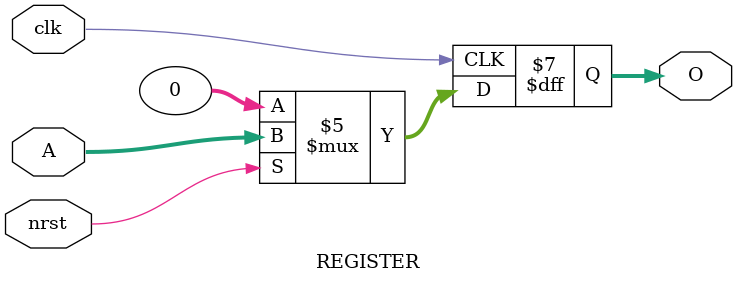
<source format=v>
/**
 * Universidade Federal Rural de Pernambuco
 * Departamento de Estatística e Informática
 * Disciplina: Arquitetura e Organização de Computadores
 * 
 * Registrador de 32 bits.
 *
 * @author André Aziz (andre.caraujo@ufrpe.br)
 */
module REGISTER(
  clk,
  nrst,
  A,
  O
);

input clk;
input nrst;
input [31:0] A;
output [31:0] O;

wire clk;
wire nrst;
wire [31:0] A;
reg [31:0] O;

initial begin : start_block
  O = 0;
end

always @(posedge clk) begin : register_block
  if (nrst == 0) begin
    O = 0;
  end
  else begin
    O = A;
  end
end

endmodule
  

</source>
